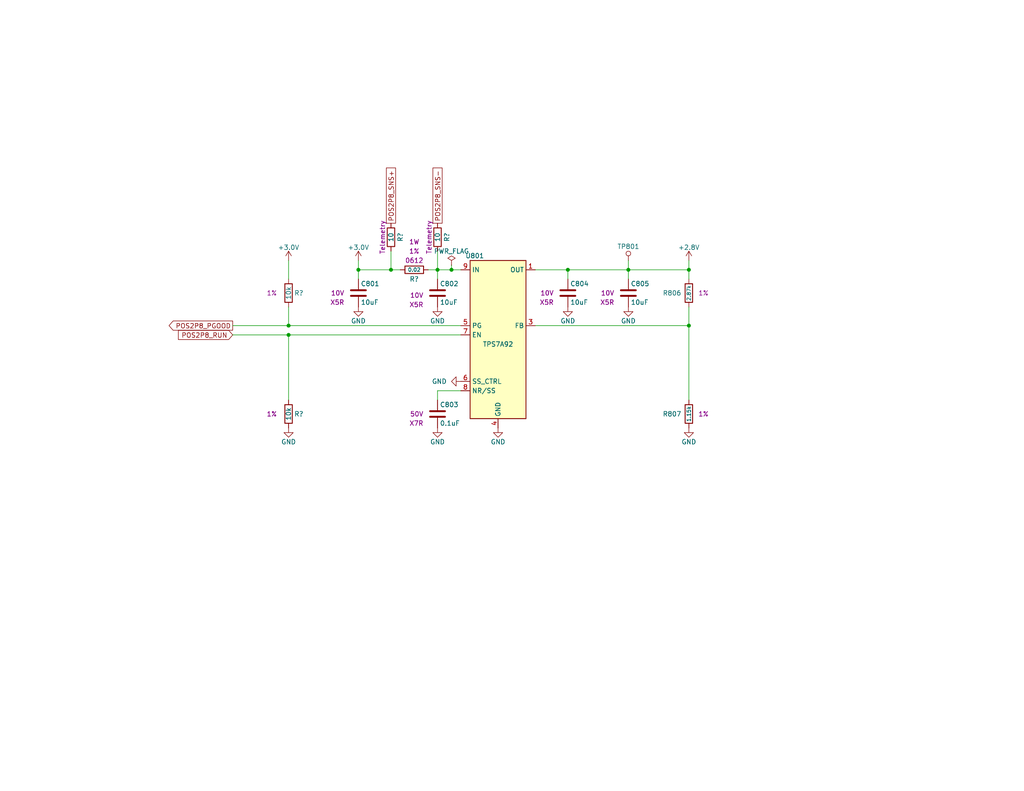
<source format=kicad_sch>
(kicad_sch (version 20231120) (generator "eeschema") (generator_version "8.0")
  (paper "A")
  (title_block (title "Thermal Camera") (date "2024-05-24") (rev "PRELIM") (company "Drew Maatman and Michael Laffin"))
  (lib_symbols
    (symbol "Custom Library:+2.8V" (power) (pin_names (offset 0))
      (property "Value" "+2.8V" (at 0 3.556 0))
      (symbol "+2.8V_0_1"
        (polyline (pts (xy -0.762 1.27) (xy 0 2.54)))
        (polyline (pts (xy 0 0) (xy 0 2.54)))
        (polyline (pts (xy 0 2.54) (xy 0.762 1.27)))
      )
      (symbol "+2.8V_1_1"
        (pin power_in line (at 0 0 90) (length 0) hide (name "+2.8V") (number "1"))
      )
    )
    (symbol "Custom Library:+3.0V" (power) (pin_names (offset 0))
      (property "Value" "+3.0V" (at 0 3.556 0))
      (symbol "+3.0V_0_1"
        (polyline (pts (xy -0.762 1.27) (xy 0 2.54)))
        (polyline (pts (xy 0 0) (xy 0 2.54)))
        (polyline (pts (xy 0 2.54) (xy 0.762 1.27)))
      )
      (symbol "+3.0V_1_1"
        (pin power_in line (at 0 0 90) (length 0) hide (name "+3.0V") (number "1"))
      )
    )
    (symbol "Custom_Library:C_Custom" (pin_numbers hide) (pin_names (offset 0.254))
      (property "Reference" "C" (at 0.635 2.54 0))
      (property "Value" "C_Custom" (at 0.635 -2.54 0))
      (property "display_footprint" "Foot" (at -3.81 2.54 0))
      (property "Voltage" "V" (at -3.81 0 0))
      (property "Dielectric" "Er" (at -3.81 -2.54 0))
      (symbol "C_Custom_0_1"
        (polyline (pts (xy -2.032 -0.762) (xy 2.032 -0.762)) (stroke (width 0.508)))
        (polyline (pts (xy -2.032 0.762) (xy 2.032 0.762)) (stroke (width 0.508)))
      )
      (symbol "C_Custom_1_1"
        (pin passive line (at 0 3.81 270) (length 2.794) (name "~") (number "1"))
        (pin passive line (at 0 -3.81 90) (length 2.794) (name "~") (number "2"))
      )
    )
    (symbol "Custom_Library:R_Custom" (pin_numbers hide) (pin_names (offset 1.016) hide)
      (property "Reference" "R" (at -2.54 0 90))
      (property "Value" "R_Custom" (at 0 0 90))
      (property "display_footprint" "Foot" (at 2.54 0 90))
      (property "Tolerance" "Tol" (at 5.08 0 90))
      (property "Wattage" "W" (at 7.62 0 90))
      (symbol "R_Custom_0_1"
        (rectangle (start 1.016 2.54) (end -1.016 -2.54) (stroke (width 0.254)))
      )
      (symbol "R_Custom_1_1"
        (pin passive line (at 0 3.81 270) (length 1.27) (name "1") (number "1"))
        (pin passive line (at 0 -3.81 90) (length 1.27) (name "2") (number "2"))
      )
    )
    (symbol "Custom_Library:TP" (pin_numbers hide) (pin_names (offset 0) hide)
      (property "Reference" "TP" (at 0 3.81 0))
      (symbol "TP_0_1"
        (polyline (pts (xy 0 0) (xy 0 1.27)))
        (circle (center 0 1.905) (radius 0.635))
      )
      (symbol "TP_1_1"
        (pin passive line (at 0 0 90) (length 0) (name "TP") (number "1"))
      )
    )
    (symbol "Custom_Library:TPS7A91"
      (property "Reference" "U" (at -6.35 22.86 0))
      (property "Value" "TPS7A91" (at 0 -1.27 0))
      (symbol "TPS7A91_0_1"
        (rectangle (start -7.62 21.59) (end 7.62 -21.59) (stroke (width 0.254)) (fill (type background)))
      )
      (symbol "TPS7A91_1_1"
        (pin power_out line (at 10.16 19.05 180) (length 2.54) (name "OUT") (number "1"))
        (pin passive line (at -10.16 19.05 0) (length 2.54) hide (name "IN") (number "10"))
        (pin passive line (at 0 -24.13 90) (length 2.54) hide (name "GND") (number "11"))
        (pin passive line (at 10.16 19.05 180) (length 2.54) hide (name "OUT") (number "2"))
        (pin input line (at 10.16 3.81 180) (length 2.54) (name "FB") (number "3"))
        (pin power_in line (at 0 -24.13 90) (length 2.54) (name "GND") (number "4"))
        (pin open_collector line (at -10.16 3.81 0) (length 2.54) (name "PG") (number "5"))
        (pin input line (at -10.16 -11.43 0) (length 2.54) (name "SS_CTRL") (number "6"))
        (pin input line (at -10.16 1.27 0) (length 2.54) (name "EN") (number "7"))
        (pin passive line (at -10.16 -13.97 0) (length 2.54) (name "NR/SS") (number "8"))
        (pin power_in line (at -10.16 19.05 0) (length 2.54) (name "IN") (number "9"))
      )
    )
    (symbol "power:GND" (power) (pin_names (offset 0))
      (property "Value" "GND" (at 0 -3.81 0))
      (symbol "GND_0_1"
        (polyline (pts (xy 0 0) (xy 0 -1.27) (xy 1.27 -1.27) (xy 0 -2.54) (xy -1.27 -1.27) (xy 0 -1.27)))
      )
      (symbol "GND_1_1"
        (pin power_in line (at 0 0 270) (length 0) hide (name "GND") (number "1"))
      )
    )
    (symbol "power:PWR_FLAG" (power) (pin_numbers hide) (pin_names (offset 0) hide)
      (property "Value" "PWR_FLAG" (at 0 3.81 0))
      (symbol "PWR_FLAG_0_0"
        (pin power_out line (at 0 0 90) (length 0) (name "~") (number "1"))
      )
      (symbol "PWR_FLAG_0_1"
        (polyline (pts (xy 0 0) (xy 0 1.27) (xy -1.016 1.905) (xy 0 2.54) (xy 1.016 1.905) (xy 0 1.27)))
      )
    )
  )
  (junction (at 187.96 73.66))
  (junction (at 78.74 91.44))
  (junction (at 106.68 73.66))
  (junction (at 97.79 73.66))
  (junction (at 119.38 73.66))
  (junction (at 78.74 88.9))
  (junction (at 187.96 88.9))
  (junction (at 171.45 73.66))
  (junction (at 154.94 73.66))
  (junction (at 123.19 73.66))
  (wire (pts (xy 154.94 73.66) (xy 171.45 73.66)))
  (wire (pts (xy 123.19 72.39) (xy 123.19 73.66)))
  (wire (pts (xy 119.38 73.66) (xy 123.19 73.66)))
  (wire (pts (xy 78.74 88.9) (xy 78.74 83.82)))
  (wire (pts (xy 119.38 73.66) (xy 119.38 76.2)))
  (wire (pts (xy 187.96 76.2) (xy 187.96 73.66)))
  (wire (pts (xy 154.94 76.2) (xy 154.94 73.66)))
  (wire (pts (xy 187.96 83.82) (xy 187.96 88.9)))
  (wire (pts (xy 171.45 71.12) (xy 171.45 73.66)))
  (wire (pts (xy 78.74 91.44) (xy 78.74 109.22)))
  (wire (pts (xy 171.45 73.66) (xy 187.96 73.66)))
  (wire (pts (xy 63.5 88.9) (xy 78.74 88.9)))
  (wire (pts (xy 123.19 73.66) (xy 125.73 73.66)))
  (wire (pts (xy 119.38 68.58) (xy 119.38 73.66)))
  (wire (pts (xy 63.5 91.44) (xy 78.74 91.44)))
  (wire (pts (xy 119.38 106.68) (xy 119.38 109.22)))
  (wire (pts (xy 116.84 73.66) (xy 119.38 73.66)))
  (wire (pts (xy 125.73 88.9) (xy 78.74 88.9)))
  (wire (pts (xy 187.96 71.12) (xy 187.96 73.66)))
  (wire (pts (xy 106.68 73.66) (xy 109.22 73.66)))
  (wire (pts (xy 97.79 71.12) (xy 97.79 73.66)))
  (wire (pts (xy 125.73 91.44) (xy 78.74 91.44)))
  (wire (pts (xy 78.74 71.12) (xy 78.74 76.2)))
  (wire (pts (xy 97.79 73.66) (xy 97.79 76.2)))
  (wire (pts (xy 125.73 106.68) (xy 119.38 106.68)))
  (wire (pts (xy 154.94 73.66) (xy 146.05 73.66)))
  (wire (pts (xy 187.96 88.9) (xy 187.96 109.22)))
  (wire (pts (xy 187.96 88.9) (xy 146.05 88.9)))
  (wire (pts (xy 106.68 68.58) (xy 106.68 73.66)))
  (wire (pts (xy 97.79 73.66) (xy 106.68 73.66)))
  (wire (pts (xy 171.45 73.66) (xy 171.45 76.2)))
  (global_label "POS2P8_SNS-" (shape passive) (at 119.38 60.96 90) (property "Intersheetrefs" "${INTERSHEET_REFS}" (effects (hide yes))))
  (global_label "POS2P8_PGOOD" (shape output) (at 63.5 88.9 180) (property "Intersheetrefs" "${INTERSHEET_REFS}" (effects (hide yes))))
  (global_label "POS2P8_SNS+" (shape passive) (at 106.68 60.96 90) (property "Intersheetrefs" "${INTERSHEET_REFS}" (effects (hide yes))))
  (global_label "POS2P8_RUN" (shape input) (at 63.5 91.44 180) (property "Intersheetrefs" "${INTERSHEET_REFS}" (effects (hide yes))))
  (symbol (lib_id "power:PWR_FLAG") (at 123.19 72.39 0) (unit 1)
    (property "Reference" "#FLG0801" (effects (hide yes)))
    (property "Value" "PWR_FLAG" (at 123.19 68.58 0))
    (property "Description" "Special symbol for telling ERC where power comes from" (effects (hide yes)))
  )
  (symbol (lib_id "Custom_Library:TPS7A91") (at 135.89 92.71 0) (unit 1)
    (property "Reference" "U801" (at 129.54 69.85 0))
    (property "Value" "TPS7A92" (at 135.89 93.98 0))
    (property "Footprint" "Package_DFN_QFN:Texas_S-PDSO-N10_EP1.2x2mm" (effects (hide yes)))
    (property "Datasheet" "http://www.ti.com/lit/ds/symlink/tps7a91.pdf" (effects (hide yes)))
    (property "Digi-Key PN" "TPS7A9201DSKR" (effects (hide yes)))
    (instances (project "Thermal_Camera" (path "" (reference "U801") (unit 1))) (project "USB_Hub" (path "" (reference "U?") (unit 1))) (project "Pulse_Oximeter" (path "" (reference "U?") (unit 1))))
  )
  (symbol (lib_id "Custom Library:+3.0V") (at 97.79 71.12 0) (unit 1)
    (property "Reference" "#PWR0803" (effects (hide yes)))
    (property "Value" "+3.0V" (at 97.79 67.564 0))
  )
  (symbol (lib_id "power:GND") (at 119.38 83.82 0) (unit 1)
    (property "Reference" "#PWR0805" (effects (hide yes)))
    (property "Value" "GND" (at 119.38 87.63 0))
    (instances (project "Thermal_Camera" (path "" (reference "#PWR0805") (unit 1))) (project "USB_Hub" (path "" (reference "#PWR?") (unit 1))) (project "Pulse_Oximeter" (path "" (reference "#PWR?") (unit 1))))
  )
  (symbol (lib_id "Custom_Library:C_Custom") (at 154.94 80.01 0) (unit 1)
    (property "Reference" "C804" (at 155.575 77.47 0) (effects (justify left)))
    (property "Value" "10uF" (at 155.575 82.55 0) (effects (justify left)))
    (property "Voltage" "10V" (at 151.13 80.01 0) (effects (justify right)))
    (property "Dielectric" "X5R" (at 151.13 82.55 0) (effects (justify right)))
    (instances (project "Thermal_Camera" (path "" (reference "C804") (unit 1))) (project "USB_Hub" (path "" (reference "C?") (unit 1))) (project "Pulse_Oximeter" (path "" (reference "C?") (unit 1)) (path "" (reference "C?") (unit 1)) (path "" (reference "C?") (unit 1)) (path "" (reference "C?") (unit 1)) (path "" (reference "C?") (unit 1)) (path "" (reference "C?") (unit 1)) (path "" (reference "C?") (unit 1)) (path "" (reference "C?") (unit 1))))
  )
  (symbol (lib_id "power:GND") (at 187.96 116.84 0) (unit 1)
    (property "Reference" "#PWR0812" (effects (hide yes)))
    (property "Value" "GND" (at 187.96 120.65 0))
    (instances (project "Thermal_Camera" (path "" (reference "#PWR0812") (unit 1))) (project "USB_Hub" (path "" (reference "#PWR?") (unit 1))) (project "Pulse_Oximeter" (path "" (reference "#PWR?") (unit 1))))
  )
  (symbol (lib_id "Custom_Library:R_Custom") (at 78.74 80.01 0) (mirror y) (unit 1)
    (property "Reference" "R?" (at 80.264 80.01 0) (effects (justify right)))
    (property "Value" "10k" (at 78.74 80.01 90))
    (property "Tolerance" "1%" (at 74.168 80.01 0))
    (instances (project "Analog_Clock" (path "" (reference "R?") (unit 1)) (path "" (reference "R?") (unit 1)) (path "" (reference "R?") (unit 1)) (path "" (reference "R?") (unit 1)) (path "" (reference "R?") (unit 1)) (path "" (reference "R?") (unit 1)) (path "" (reference "R?") (unit 1)) (path "" (reference "R?") (unit 1))) (project "Nixie_Clock_Core" (path "" (reference "R?") (unit 1))) (project "Thermal_Camera" (path "" (reference "R801") (unit 1))))
  )
  (symbol (lib_id "power:GND") (at 78.74 116.84 0) (unit 1)
    (property "Reference" "#PWR0802" (effects (hide yes)))
    (property "Value" "GND" (at 78.74 120.65 0))
    (instances (project "Thermal_Camera" (path "" (reference "#PWR0802") (unit 1))) (project "USB_Hub" (path "" (reference "#PWR?") (unit 1))) (project "Pulse_Oximeter" (path "" (reference "#PWR?") (unit 1))))
  )
  (symbol (lib_id "Custom_Library:R_Custom") (at 106.68 64.77 0) (mirror y) (unit 1)
    (property "Reference" "R?" (at 109.22 64.77 90))
    (property "Value" "10" (at 106.68 64.77 90))
    (property "Tolerance" "1%" (effects (hide yes)))
    (property "Configuration" "Telemetry" (at 104.394 64.77 90))
    (instances (project "Nixie_Clock_Core" (path "" (reference "R?") (unit 1)) (path "" (reference "R?") (unit 1))) (project "LED_Panel_Controller" (path "" (reference "R?") (unit 1)) (path "" (reference "R?") (unit 1)) (path "" (reference "R?") (unit 1)) (path "" (reference "R?") (unit 1)) (path "" (reference "R?") (unit 1)) (path "" (reference "R?") (unit 1)) (path "" (reference "R?") (unit 1)) (path "" (reference "R?") (unit 1)) (path "" (reference "R?") (unit 1))) (project "Thermal_Camera" (path "" (reference "R803") (unit 1))))
  )
  (symbol (lib_id "Custom_Library:R_Custom") (at 187.96 113.03 0) (unit 1)
    (property "Reference" "R807" (at 185.928 113.03 0) (effects (justify right)))
    (property "Value" "1.15k" (at 187.96 113.03 90) (effects (font (size 1.016 1.016))))
    (property "Tolerance" "1%" (at 190.5 113.03 0) (effects (justify left)))
    (instances (project "Thermal_Camera" (path "" (reference "R807") (unit 1))) (project "USB_Hub" (path "" (reference "R?") (unit 1))) (project "Pulse_Oximeter" (path "" (reference "R?") (unit 1)) (path "" (reference "R?") (unit 1)) (path "" (reference "R?") (unit 1)) (path "" (reference "R?") (unit 1)) (path "" (reference "R?") (unit 1)) (path "" (reference "R?") (unit 1)) (path "" (reference "R?") (unit 1)) (path "" (reference "R?") (unit 1)) (path "" (reference "R?") (unit 1)) (path "" (reference "R?") (unit 1)) (path "" (reference "R?") (unit 1)) (path "" (reference "R?") (unit 1))))
  )
  (symbol (lib_id "power:GND") (at 135.89 116.84 0) (unit 1)
    (property "Reference" "#PWR0808" (effects (hide yes)))
    (property "Value" "GND" (at 135.89 120.65 0))
    (instances (project "Thermal_Camera" (path "" (reference "#PWR0808") (unit 1))) (project "USB_Hub" (path "" (reference "#PWR?") (unit 1))) (project "Pulse_Oximeter" (path "" (reference "#PWR?") (unit 1))))
  )
  (symbol (lib_id "Custom Library:+2.8V") (at 187.96 71.12 0) (unit 1)
    (property "Reference" "#PWR0811" (effects (hide yes)))
    (property "Value" "+2.8V" (at 187.96 67.564 0))
  )
  (symbol (lib_id "Custom_Library:C_Custom") (at 171.45 80.01 0) (unit 1)
    (property "Reference" "C805" (at 172.085 77.47 0) (effects (justify left)))
    (property "Value" "10uF" (at 172.085 82.55 0) (effects (justify left)))
    (property "Voltage" "10V" (at 167.64 80.01 0) (effects (justify right)))
    (property "Dielectric" "X5R" (at 167.64 82.55 0) (effects (justify right)))
    (instances (project "Thermal_Camera" (path "" (reference "C805") (unit 1))) (project "USB_Hub" (path "" (reference "C?") (unit 1))) (project "Pulse_Oximeter" (path "" (reference "C?") (unit 1)) (path "" (reference "C?") (unit 1)) (path "" (reference "C?") (unit 1)) (path "" (reference "C?") (unit 1)) (path "" (reference "C?") (unit 1)) (path "" (reference "C?") (unit 1)) (path "" (reference "C?") (unit 1)) (path "" (reference "C?") (unit 1))))
  )
  (symbol (lib_id "Custom_Library:TP") (at 171.45 71.12 0) (unit 1)
    (property "Reference" "TP801" (at 171.45 67.31 0))
    (property "Value" "TP" (effects (hide yes)))
    (property "Footprint" "Custom Footprints Library:Test_Point" (effects (hide yes)))
    (instances (project "Thermal_Camera" (path "" (reference "TP801") (unit 1))) (project "USB_Hub" (path "" (reference "TP?") (unit 1))) (project "Pulse_Oximeter" (path "" (reference "TP?") (unit 1)) (path "" (reference "TP?") (unit 1)) (path "" (reference "TP?") (unit 1)) (path "" (reference "TP?") (unit 1)) (path "" (reference "TP?") (unit 1)) (path "" (reference "TP?") (unit 1)) (path "" (reference "TP?") (unit 1))))
  )
  (symbol (lib_id "power:GND") (at 125.73 104.14 270) (unit 1)
    (property "Reference" "#PWR0807" (effects (hide yes)))
    (property "Value" "GND" (at 121.92 104.14 90) (effects (justify right)))
  )
  (symbol (lib_id "Custom_Library:R_Custom") (at 113.03 73.66 90) (unit 1)
    (property "Reference" "R?" (at 113.03 76.2 90))
    (property "Value" "0.02" (at 113.03 73.66 90) (effects (font (size 1.016 1.016))))
    (property "Footprint" "Resistors_SMD:R_0612" (effects (hide yes)))
    (property "Digi-Key PN" "P16010CT-ND" (effects (hide yes)))
    (property "display_footprint" "0612" (at 113.03 71.12 90))
    (property "Tolerance" "1%" (at 113.03 68.58 90))
    (property "Wattage" "1W" (at 113.03 66.04 90))
    (instances (project "Nixie_Clock_Core" (path "" (reference "R?") (unit 1)) (path "" (reference "R?") (unit 1))) (project "LED_Panel_Controller" (path "" (reference "R?") (unit 1)) (path "" (reference "R?") (unit 1)) (path "" (reference "R?") (unit 1)) (path "" (reference "R?") (unit 1)) (path "" (reference "R?") (unit 1)) (path "" (reference "R?") (unit 1)) (path "" (reference "R?") (unit 1)) (path "" (reference "R?") (unit 1)) (path "" (reference "R?") (unit 1))) (project "Thermal_Camera" (path "" (reference "R804") (unit 1))))
  )
  (symbol (lib_id "Custom_Library:R_Custom") (at 119.38 64.77 0) (mirror y) (unit 1)
    (property "Reference" "R?" (at 121.92 64.77 90))
    (property "Value" "10" (at 119.38 64.77 90))
    (property "Tolerance" "1%" (effects (hide yes)))
    (property "Configuration" "Telemetry" (at 117.094 64.77 90))
    (instances (project "Nixie_Clock_Core" (path "" (reference "R?") (unit 1)) (path "" (reference "R?") (unit 1))) (project "LED_Panel_Controller" (path "" (reference "R?") (unit 1)) (path "" (reference "R?") (unit 1)) (path "" (reference "R?") (unit 1)) (path "" (reference "R?") (unit 1)) (path "" (reference "R?") (unit 1)) (path "" (reference "R?") (unit 1)) (path "" (reference "R?") (unit 1)) (path "" (reference "R?") (unit 1)) (path "" (reference "R?") (unit 1))) (project "Thermal_Camera" (path "" (reference "R805") (unit 1))))
  )
  (symbol (lib_id "power:GND") (at 97.79 83.82 0) (unit 1)
    (property "Reference" "#PWR0804" (effects (hide yes)))
    (property "Value" "GND" (at 97.79 87.63 0))
    (instances (project "Thermal_Camera" (path "" (reference "#PWR0804") (unit 1))) (project "USB_Hub" (path "" (reference "#PWR?") (unit 1))) (project "Pulse_Oximeter" (path "" (reference "#PWR?") (unit 1))))
  )
  (symbol (lib_id "Custom_Library:C_Custom") (at 119.38 80.01 0) (unit 1)
    (property "Reference" "C802" (at 120.015 77.47 0) (effects (justify left)))
    (property "Value" "10uF" (at 120.015 82.55 0) (effects (justify left)))
    (property "Voltage" "10V" (at 115.57 80.645 0) (effects (justify right)))
    (property "Dielectric" "X5R" (at 115.57 83.185 0) (effects (justify right)))
    (instances (project "Thermal_Camera" (path "" (reference "C802") (unit 1))) (project "USB_Hub" (path "" (reference "C?") (unit 1))) (project "Pulse_Oximeter" (path "" (reference "C?") (unit 1)) (path "" (reference "C?") (unit 1)) (path "" (reference "C?") (unit 1)) (path "" (reference "C?") (unit 1)) (path "" (reference "C?") (unit 1)) (path "" (reference "C?") (unit 1)) (path "" (reference "C?") (unit 1)) (path "" (reference "C?") (unit 1))))
  )
  (symbol (lib_id "Custom_Library:R_Custom") (at 187.96 80.01 0) (unit 1)
    (property "Reference" "R806" (at 185.928 80.01 0) (effects (justify right)))
    (property "Value" "2.87k" (at 187.96 80.01 90) (effects (font (size 1.016 1.016))))
    (property "Tolerance" "1%" (at 190.5 80.01 0) (effects (justify left)))
    (instances (project "Thermal_Camera" (path "" (reference "R806") (unit 1))) (project "USB_Hub" (path "" (reference "R?") (unit 1))) (project "Pulse_Oximeter" (path "" (reference "R?") (unit 1)) (path "" (reference "R?") (unit 1)) (path "" (reference "R?") (unit 1)) (path "" (reference "R?") (unit 1)) (path "" (reference "R?") (unit 1)) (path "" (reference "R?") (unit 1)) (path "" (reference "R?") (unit 1)) (path "" (reference "R?") (unit 1)) (path "" (reference "R?") (unit 1)) (path "" (reference "R?") (unit 1)) (path "" (reference "R?") (unit 1)) (path "" (reference "R?") (unit 1))))
  )
  (symbol (lib_id "power:GND") (at 171.45 83.82 0) (unit 1)
    (property "Reference" "#PWR0810" (effects (hide yes)))
    (property "Value" "GND" (at 171.45 87.63 0))
    (instances (project "Thermal_Camera" (path "" (reference "#PWR0810") (unit 1))) (project "USB_Hub" (path "" (reference "#PWR?") (unit 1))) (project "Pulse_Oximeter" (path "" (reference "#PWR?") (unit 1))))
  )
  (symbol (lib_id "Custom_Library:C_Custom") (at 119.38 113.03 0) (unit 1)
    (property "Reference" "C803" (at 120.015 110.49 0) (effects (justify left)))
    (property "Value" "0.1uF" (at 120.015 115.57 0) (effects (justify left)))
    (property "Voltage" "50V" (at 115.57 113.03 0) (effects (justify right)))
    (property "Dielectric" "X7R" (at 115.57 115.57 0) (effects (justify right)))
    (instances (project "Thermal_Camera" (path "" (reference "C803") (unit 1))) (project "USB_Hub" (path "" (reference "C?") (unit 1))) (project "Pulse_Oximeter" (path "" (reference "C?") (unit 1)) (path "" (reference "C?") (unit 1)) (path "" (reference "C?") (unit 1)) (path "" (reference "C?") (unit 1)) (path "" (reference "C?") (unit 1)) (path "" (reference "C?") (unit 1)) (path "" (reference "C?") (unit 1)) (path "" (reference "C?") (unit 1)) (path "" (reference "C?") (unit 1)) (path "" (reference "C?") (unit 1)) (path "" (reference "C?") (unit 1))))
  )
  (symbol (lib_id "Custom_Library:R_Custom") (at 78.74 113.03 0) (mirror y) (unit 1)
    (property "Reference" "R?" (at 80.264 113.03 0) (effects (justify right)))
    (property "Value" "10k" (at 78.74 113.03 90))
    (property "Tolerance" "1%" (at 74.168 113.03 0))
    (instances (project "Analog_Clock" (path "" (reference "R?") (unit 1)) (path "" (reference "R?") (unit 1)) (path "" (reference "R?") (unit 1)) (path "" (reference "R?") (unit 1)) (path "" (reference "R?") (unit 1)) (path "" (reference "R?") (unit 1)) (path "" (reference "R?") (unit 1)) (path "" (reference "R?") (unit 1))) (project "Nixie_Clock_Core" (path "" (reference "R?") (unit 1))) (project "Thermal_Camera" (path "" (reference "R802") (unit 1))))
  )
  (symbol (lib_id "Custom Library:+3.0V") (at 78.74 71.12 0) (unit 1)
    (property "Reference" "#PWR0801" (effects (hide yes)))
    (property "Value" "+3.0V" (at 78.74 67.564 0))
  )
  (symbol (lib_id "power:GND") (at 154.94 83.82 0) (unit 1)
    (property "Reference" "#PWR0809" (effects (hide yes)))
    (property "Value" "GND" (at 154.94 87.63 0))
    (instances (project "Thermal_Camera" (path "" (reference "#PWR0809") (unit 1))) (project "USB_Hub" (path "" (reference "#PWR?") (unit 1))) (project "Pulse_Oximeter" (path "" (reference "#PWR?") (unit 1))))
  )
  (symbol (lib_id "power:GND") (at 119.38 116.84 0) (unit 1)
    (property "Reference" "#PWR0806" (effects (hide yes)))
    (property "Value" "GND" (at 119.38 120.65 0))
    (instances (project "Thermal_Camera" (path "" (reference "#PWR0806") (unit 1))) (project "USB_Hub" (path "" (reference "#PWR?") (unit 1))) (project "Pulse_Oximeter" (path "" (reference "#PWR?") (unit 1))))
  )
  (symbol (lib_id "Custom_Library:C_Custom") (at 97.79 80.01 0) (unit 1)
    (property "Reference" "C801" (at 98.425 77.47 0) (effects (justify left)))
    (property "Value" "10uF" (at 98.425 82.55 0) (effects (justify left)))
    (property "Voltage" "10V" (at 93.98 80.01 0) (effects (justify right)))
    (property "Dielectric" "X5R" (at 93.98 82.55 0) (effects (justify right)))
    (instances (project "Thermal_Camera" (path "" (reference "C801") (unit 1))) (project "USB_Hub" (path "" (reference "C?") (unit 1))) (project "Pulse_Oximeter" (path "" (reference "C?") (unit 1)) (path "" (reference "C?") (unit 1)) (path "" (reference "C?") (unit 1)) (path "" (reference "C?") (unit 1)) (path "" (reference "C?") (unit 1)) (path "" (reference "C?") (unit 1)) (path "" (reference "C?") (unit 1)) (path "" (reference "C?") (unit 1))))
  )
)
</source>
